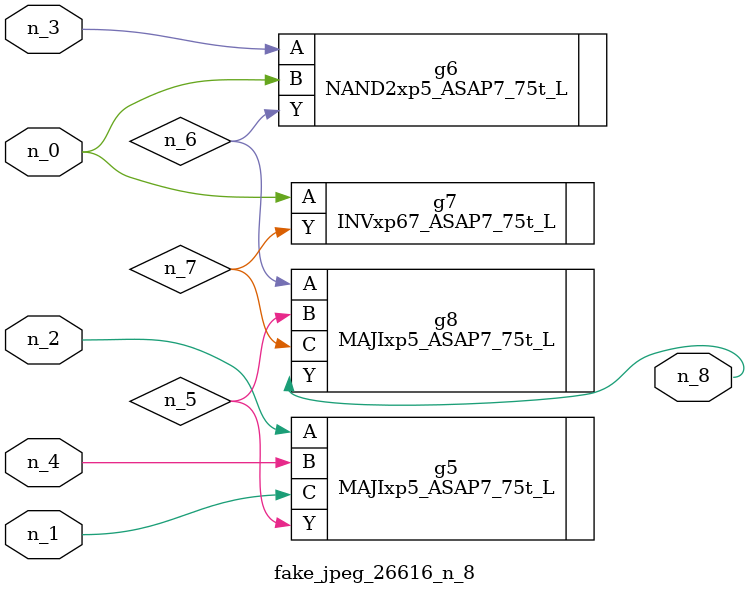
<source format=v>
module fake_jpeg_26616_n_8 (n_3, n_2, n_1, n_0, n_4, n_8);

input n_3;
input n_2;
input n_1;
input n_0;
input n_4;

output n_8;

wire n_6;
wire n_5;
wire n_7;

MAJIxp5_ASAP7_75t_L g5 ( 
.A(n_2),
.B(n_4),
.C(n_1),
.Y(n_5)
);

NAND2xp5_ASAP7_75t_L g6 ( 
.A(n_3),
.B(n_0),
.Y(n_6)
);

INVxp67_ASAP7_75t_L g7 ( 
.A(n_0),
.Y(n_7)
);

MAJIxp5_ASAP7_75t_L g8 ( 
.A(n_6),
.B(n_5),
.C(n_7),
.Y(n_8)
);


endmodule
</source>
